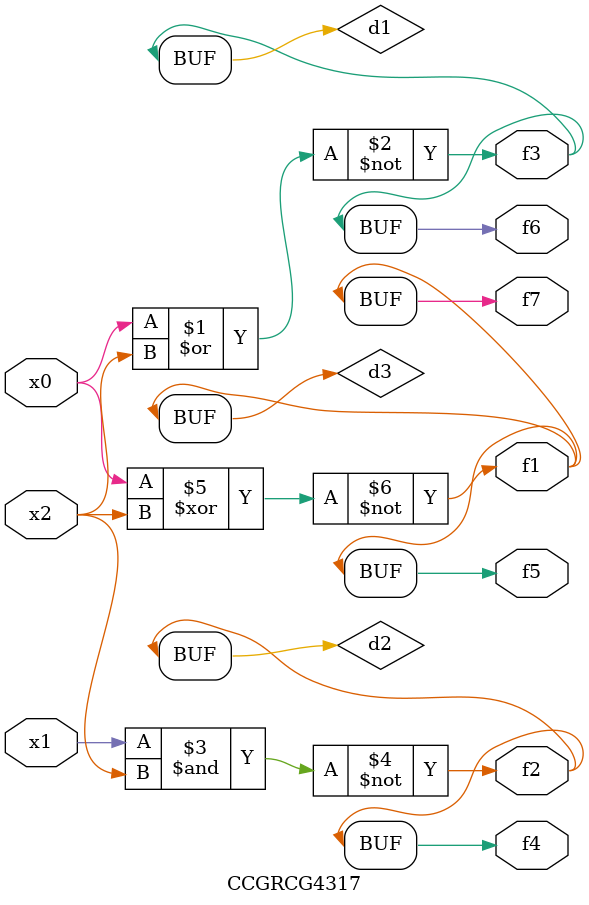
<source format=v>
module CCGRCG4317(
	input x0, x1, x2,
	output f1, f2, f3, f4, f5, f6, f7
);

	wire d1, d2, d3;

	nor (d1, x0, x2);
	nand (d2, x1, x2);
	xnor (d3, x0, x2);
	assign f1 = d3;
	assign f2 = d2;
	assign f3 = d1;
	assign f4 = d2;
	assign f5 = d3;
	assign f6 = d1;
	assign f7 = d3;
endmodule

</source>
